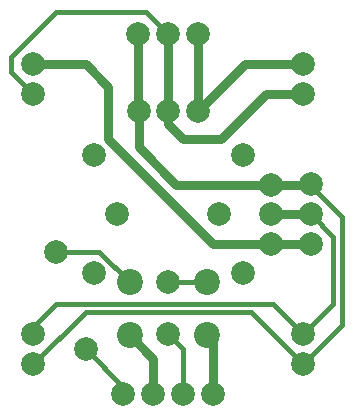
<source format=gbr>
G04 #@! TF.FileFunction,Copper,L2,Bot,Signal*
%FSLAX46Y46*%
G04 Gerber Fmt 4.6, Leading zero omitted, Abs format (unit mm)*
G04 Created by KiCad (PCBNEW 4.0.6) date 02/09/18 16:59:13*
%MOMM*%
%LPD*%
G01*
G04 APERTURE LIST*
%ADD10C,0.100000*%
%ADD11C,2.000000*%
%ADD12C,2.200000*%
%ADD13C,0.800000*%
%ADD14C,0.400000*%
G04 APERTURE END LIST*
D10*
D11*
X99695000Y-135890000D03*
X99695000Y-133350000D03*
X99695000Y-130810000D03*
X99060000Y-120650000D03*
X76200000Y-123190000D03*
X76200000Y-120650000D03*
X99060000Y-123190000D03*
X76200000Y-143510000D03*
X76200000Y-146050000D03*
X99060000Y-143510000D03*
X99060000Y-146050000D03*
X90170000Y-118110000D03*
X87630000Y-118110000D03*
X85090000Y-118110000D03*
X87630000Y-124620000D03*
X85130000Y-124620000D03*
X90130000Y-124620000D03*
X96360000Y-133350000D03*
X96360000Y-130850000D03*
X96360000Y-135850000D03*
D12*
X84380000Y-139100000D03*
X84380000Y-143600000D03*
X90880000Y-139100000D03*
X90880000Y-143600000D03*
D11*
X81305000Y-128350000D03*
X93955000Y-128350000D03*
X81305000Y-138350000D03*
X93955000Y-138350000D03*
X83330000Y-133350000D03*
X91930000Y-133350000D03*
X91440000Y-148590000D03*
X88900000Y-148590000D03*
X86360000Y-148590000D03*
X83820000Y-148590000D03*
X87630000Y-139065000D03*
X87630000Y-143510000D03*
X78105000Y-136525000D03*
X80645000Y-144780000D03*
D13*
X99060000Y-120650000D02*
X94100000Y-120650000D01*
X94100000Y-120650000D02*
X90130000Y-124620000D01*
X90170000Y-118110000D02*
X90170000Y-124580000D01*
X90170000Y-124580000D02*
X90130000Y-124620000D01*
X87630000Y-124620000D02*
X87630000Y-125730000D01*
X95885000Y-123190000D02*
X99060000Y-123190000D01*
X92075000Y-127000000D02*
X95885000Y-123190000D01*
X88900000Y-127000000D02*
X92075000Y-127000000D01*
X87630000Y-125730000D02*
X88900000Y-127000000D01*
D14*
X87630000Y-118110000D02*
X85725000Y-116205000D01*
X74295000Y-121285000D02*
X76200000Y-123190000D01*
X74295000Y-120015000D02*
X74295000Y-121285000D01*
X78105000Y-116205000D02*
X74295000Y-120015000D01*
X85725000Y-116205000D02*
X78105000Y-116205000D01*
D13*
X87630000Y-124620000D02*
X87630000Y-118110000D01*
X96360000Y-135850000D02*
X91400000Y-135850000D01*
X80645000Y-120650000D02*
X76200000Y-120650000D01*
X82550000Y-122555000D02*
X80645000Y-120650000D01*
X82550000Y-127000000D02*
X82550000Y-122555000D01*
X91400000Y-135850000D02*
X82550000Y-127000000D01*
X99695000Y-135890000D02*
X96400000Y-135890000D01*
X96400000Y-135890000D02*
X96360000Y-135850000D01*
D14*
X99060000Y-143510000D02*
X101600000Y-140970000D01*
X101600000Y-135255000D02*
X99695000Y-133350000D01*
X101600000Y-140970000D02*
X101600000Y-135255000D01*
X76200000Y-143510000D02*
X76200000Y-142875000D01*
X76200000Y-142875000D02*
X78105000Y-140970000D01*
X78105000Y-140970000D02*
X96520000Y-140970000D01*
X96520000Y-140970000D02*
X99060000Y-143510000D01*
D13*
X99695000Y-133350000D02*
X96360000Y-133350000D01*
D14*
X99695000Y-130810000D02*
X99695000Y-130937000D01*
X99695000Y-130937000D02*
X102362000Y-133604000D01*
X102362000Y-142748000D02*
X99060000Y-146050000D01*
X102362000Y-133604000D02*
X102362000Y-142748000D01*
X76200000Y-146050000D02*
X80645000Y-141605000D01*
X94615000Y-141605000D02*
X99060000Y-146050000D01*
X80645000Y-141605000D02*
X94615000Y-141605000D01*
D13*
X96360000Y-130850000D02*
X99655000Y-130850000D01*
X99655000Y-130850000D02*
X99695000Y-130810000D01*
X85130000Y-124620000D02*
X85130000Y-127675000D01*
X88305000Y-130850000D02*
X96360000Y-130850000D01*
X85130000Y-127675000D02*
X88305000Y-130850000D01*
X85090000Y-118110000D02*
X85090000Y-124580000D01*
X85090000Y-124580000D02*
X85130000Y-124620000D01*
X91440000Y-148590000D02*
X91440000Y-144160000D01*
X91440000Y-144160000D02*
X90880000Y-143600000D01*
D14*
X88900000Y-148590000D02*
X88900000Y-144780000D01*
X87665000Y-139100000D02*
X90880000Y-139100000D01*
X87630000Y-139065000D02*
X87665000Y-139100000D01*
X88900000Y-144780000D02*
X87630000Y-143510000D01*
D13*
X90770000Y-139100000D02*
X90880000Y-139100000D01*
X86360000Y-148590000D02*
X86360000Y-145580000D01*
X86360000Y-145580000D02*
X84380000Y-143600000D01*
D14*
X78105000Y-136525000D02*
X81805000Y-136525000D01*
X83820000Y-147955000D02*
X80645000Y-144780000D01*
X81805000Y-136525000D02*
X84380000Y-139100000D01*
X83820000Y-148590000D02*
X83820000Y-147955000D01*
M02*

</source>
